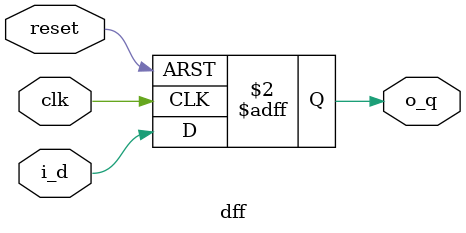
<source format=sv>

module dff(
	clk,
	reset,
	i_d,
	o_q
	);
	
input logic clk;
input logic reset;
input logic i_d;
output logic o_q;

always_ff @ (posedge clk or posedge reset)
	begin
		if (reset)
			o_q <= 1'b0;
		else
			o_q <= i_d;
	end

endmodule

</source>
